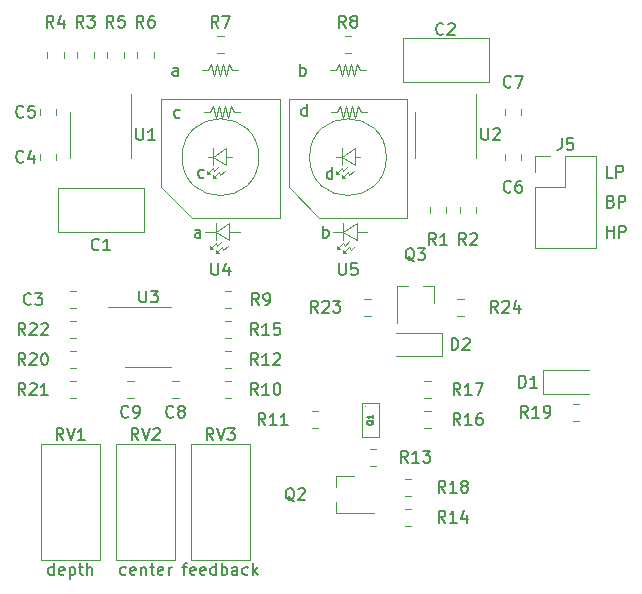
<source format=gbr>
G04 #@! TF.GenerationSoftware,KiCad,Pcbnew,5.1.6-c6e7f7d~87~ubuntu18.04.1*
G04 #@! TF.CreationDate,2020-08-01T20:03:32-04:00*
G04 #@! TF.ProjectId,mutron_III_plug_in_board,6d757472-6f6e-45f4-9949-495f706c7567,rev?*
G04 #@! TF.SameCoordinates,Original*
G04 #@! TF.FileFunction,Legend,Top*
G04 #@! TF.FilePolarity,Positive*
%FSLAX46Y46*%
G04 Gerber Fmt 4.6, Leading zero omitted, Abs format (unit mm)*
G04 Created by KiCad (PCBNEW 5.1.6-c6e7f7d~87~ubuntu18.04.1) date 2020-08-01 20:03:32*
%MOMM*%
%LPD*%
G01*
G04 APERTURE LIST*
%ADD10C,0.150000*%
%ADD11C,0.120000*%
%ADD12C,0.125000*%
%ADD13C,0.127000*%
G04 APERTURE END LIST*
D10*
X132675285Y-66619380D02*
X132675285Y-65619380D01*
X132675285Y-66571761D02*
X132580047Y-66619380D01*
X132389571Y-66619380D01*
X132294333Y-66571761D01*
X132246714Y-66524142D01*
X132199095Y-66428904D01*
X132199095Y-66143190D01*
X132246714Y-66047952D01*
X132294333Y-66000333D01*
X132389571Y-65952714D01*
X132580047Y-65952714D01*
X132675285Y-66000333D01*
X121777095Y-66444761D02*
X121681857Y-66492380D01*
X121491380Y-66492380D01*
X121396142Y-66444761D01*
X121348523Y-66397142D01*
X121300904Y-66301904D01*
X121300904Y-66016190D01*
X121348523Y-65920952D01*
X121396142Y-65873333D01*
X121491380Y-65825714D01*
X121681857Y-65825714D01*
X121777095Y-65873333D01*
X130516285Y-61285380D02*
X130516285Y-60285380D01*
X130516285Y-61237761D02*
X130421047Y-61285380D01*
X130230571Y-61285380D01*
X130135333Y-61237761D01*
X130087714Y-61190142D01*
X130040095Y-61094904D01*
X130040095Y-60809190D01*
X130087714Y-60713952D01*
X130135333Y-60666333D01*
X130230571Y-60618714D01*
X130421047Y-60618714D01*
X130516285Y-60666333D01*
X119745095Y-61364761D02*
X119649857Y-61412380D01*
X119459380Y-61412380D01*
X119364142Y-61364761D01*
X119316523Y-61317142D01*
X119268904Y-61221904D01*
X119268904Y-60936190D01*
X119316523Y-60840952D01*
X119364142Y-60793333D01*
X119459380Y-60745714D01*
X119649857Y-60745714D01*
X119745095Y-60793333D01*
X131865714Y-71572380D02*
X131865714Y-70572380D01*
X131865714Y-70953333D02*
X131960952Y-70905714D01*
X132151428Y-70905714D01*
X132246666Y-70953333D01*
X132294285Y-71000952D01*
X132341904Y-71096190D01*
X132341904Y-71381904D01*
X132294285Y-71477142D01*
X132246666Y-71524761D01*
X132151428Y-71572380D01*
X131960952Y-71572380D01*
X131865714Y-71524761D01*
X121499285Y-71572380D02*
X121499285Y-71048571D01*
X121451666Y-70953333D01*
X121356428Y-70905714D01*
X121165952Y-70905714D01*
X121070714Y-70953333D01*
X121499285Y-71524761D02*
X121404047Y-71572380D01*
X121165952Y-71572380D01*
X121070714Y-71524761D01*
X121023095Y-71429523D01*
X121023095Y-71334285D01*
X121070714Y-71239047D01*
X121165952Y-71191428D01*
X121404047Y-71191428D01*
X121499285Y-71143809D01*
X129960714Y-57856380D02*
X129960714Y-56856380D01*
X129960714Y-57237333D02*
X130055952Y-57189714D01*
X130246428Y-57189714D01*
X130341666Y-57237333D01*
X130389285Y-57284952D01*
X130436904Y-57380190D01*
X130436904Y-57665904D01*
X130389285Y-57761142D01*
X130341666Y-57808761D01*
X130246428Y-57856380D01*
X130055952Y-57856380D01*
X129960714Y-57808761D01*
X119594285Y-57856380D02*
X119594285Y-57332571D01*
X119546666Y-57237333D01*
X119451428Y-57189714D01*
X119260952Y-57189714D01*
X119165714Y-57237333D01*
X119594285Y-57808761D02*
X119499047Y-57856380D01*
X119260952Y-57856380D01*
X119165714Y-57808761D01*
X119118095Y-57713523D01*
X119118095Y-57618285D01*
X119165714Y-57523047D01*
X119260952Y-57475428D01*
X119499047Y-57475428D01*
X119594285Y-57427809D01*
D11*
X133858000Y-60452000D02*
X134112000Y-61468000D01*
X133096000Y-60960000D02*
X133350000Y-60452000D01*
X132588000Y-60960000D02*
X133096000Y-60960000D01*
X133350000Y-60452000D02*
X133604000Y-61468000D01*
X134112000Y-61468000D02*
X134366000Y-60452000D01*
X134366000Y-60452000D02*
X134620000Y-61468000D01*
X133604000Y-61468000D02*
X133858000Y-60452000D01*
X134874000Y-60452000D02*
X135128000Y-60960000D01*
X134620000Y-61468000D02*
X134874000Y-60452000D01*
X135128000Y-60960000D02*
X135636000Y-60960000D01*
X123063000Y-60452000D02*
X123317000Y-61468000D01*
X122301000Y-60960000D02*
X122555000Y-60452000D01*
X121793000Y-60960000D02*
X122301000Y-60960000D01*
X122555000Y-60452000D02*
X122809000Y-61468000D01*
X123317000Y-61468000D02*
X123571000Y-60452000D01*
X123571000Y-60452000D02*
X123825000Y-61468000D01*
X122809000Y-61468000D02*
X123063000Y-60452000D01*
X124079000Y-60452000D02*
X124333000Y-60960000D01*
X123825000Y-61468000D02*
X124079000Y-60452000D01*
X124333000Y-60960000D02*
X124841000Y-60960000D01*
X132969000Y-66167000D02*
X132969000Y-65913000D01*
X133477000Y-64770000D02*
X134620000Y-65405000D01*
X134620000Y-64008000D02*
X133477000Y-64770000D01*
X134620000Y-65278000D02*
X134620000Y-64008000D01*
X134620000Y-65405000D02*
X134620000Y-65278000D01*
X133477000Y-64770000D02*
X132969000Y-64770000D01*
X133477000Y-64008000D02*
X133477000Y-65405000D01*
X133477000Y-66548000D02*
X133477000Y-66294000D01*
X133604000Y-65913000D02*
X133985000Y-65532000D01*
X133731000Y-66548000D02*
X133477000Y-66548000D01*
X132969000Y-65913000D02*
X133223000Y-66167000D01*
X134620000Y-64770000D02*
X135001000Y-64770000D01*
X132969000Y-66167000D02*
X133477000Y-65659000D01*
X134112000Y-66294000D02*
X134493000Y-65913000D01*
X133477000Y-66294000D02*
X133731000Y-66548000D01*
X133477000Y-65659000D02*
X133604000Y-65913000D01*
X133985000Y-66040000D02*
X134112000Y-66294000D01*
X133477000Y-66548000D02*
X133985000Y-66040000D01*
X133223000Y-66167000D02*
X132969000Y-66167000D01*
X122047000Y-66167000D02*
X122047000Y-65913000D01*
X122555000Y-64770000D02*
X123698000Y-65405000D01*
X123698000Y-64008000D02*
X122555000Y-64770000D01*
X123698000Y-65278000D02*
X123698000Y-64008000D01*
X123698000Y-65405000D02*
X123698000Y-65278000D01*
X122555000Y-64770000D02*
X122174000Y-64770000D01*
X122555000Y-64008000D02*
X122555000Y-65405000D01*
X122555000Y-66548000D02*
X122555000Y-66294000D01*
X122682000Y-65913000D02*
X123063000Y-65532000D01*
X122809000Y-66548000D02*
X122555000Y-66548000D01*
X122047000Y-65913000D02*
X122301000Y-66167000D01*
X123698000Y-64770000D02*
X124206000Y-64770000D01*
X122047000Y-66167000D02*
X122555000Y-65659000D01*
X123190000Y-66294000D02*
X123571000Y-65913000D01*
X122555000Y-66294000D02*
X122809000Y-66548000D01*
X122555000Y-65659000D02*
X122682000Y-65913000D01*
X123063000Y-66040000D02*
X123190000Y-66294000D01*
X122555000Y-66548000D02*
X123063000Y-66040000D01*
X122301000Y-66167000D02*
X122047000Y-66167000D01*
X133096000Y-72517000D02*
X133096000Y-72263000D01*
X133604000Y-71120000D02*
X134747000Y-71755000D01*
X134747000Y-70358000D02*
X133604000Y-71120000D01*
X134747000Y-71628000D02*
X134747000Y-70358000D01*
X134747000Y-71755000D02*
X134747000Y-71628000D01*
X133604000Y-71120000D02*
X132715000Y-71120000D01*
X133604000Y-70358000D02*
X133604000Y-71755000D01*
X133604000Y-72898000D02*
X133604000Y-72644000D01*
X133731000Y-72263000D02*
X134112000Y-71882000D01*
X133858000Y-72898000D02*
X133604000Y-72898000D01*
X133096000Y-72263000D02*
X133350000Y-72517000D01*
X134747000Y-71120000D02*
X135636000Y-71120000D01*
X133096000Y-72517000D02*
X133604000Y-72009000D01*
X134239000Y-72644000D02*
X134620000Y-72263000D01*
X133604000Y-72644000D02*
X133858000Y-72898000D01*
X133604000Y-72009000D02*
X133731000Y-72263000D01*
X134112000Y-72390000D02*
X134239000Y-72644000D01*
X133604000Y-72898000D02*
X134112000Y-72390000D01*
X133350000Y-72517000D02*
X133096000Y-72517000D01*
X122809000Y-72898000D02*
X122809000Y-72644000D01*
X123444000Y-72644000D02*
X123825000Y-72263000D01*
X122809000Y-72644000D02*
X123063000Y-72898000D01*
X122809000Y-72898000D02*
X123317000Y-72390000D01*
X123317000Y-72390000D02*
X123444000Y-72644000D01*
X123063000Y-72898000D02*
X122809000Y-72898000D01*
X122555000Y-72517000D02*
X122301000Y-72517000D01*
X122809000Y-72009000D02*
X122936000Y-72263000D01*
X122301000Y-72517000D02*
X122809000Y-72009000D01*
X122301000Y-72263000D02*
X122555000Y-72517000D01*
X122936000Y-72263000D02*
X123317000Y-71882000D01*
X122301000Y-72517000D02*
X122301000Y-72263000D01*
X123952000Y-71120000D02*
X124841000Y-71120000D01*
X122809000Y-71120000D02*
X121920000Y-71120000D01*
X122809000Y-70358000D02*
X122809000Y-71755000D01*
X123952000Y-71755000D02*
X123952000Y-71628000D01*
X122809000Y-71120000D02*
X123952000Y-71755000D01*
X123952000Y-70358000D02*
X122809000Y-71120000D01*
X123952000Y-71628000D02*
X123952000Y-70358000D01*
X133731000Y-56896000D02*
X133985000Y-57912000D01*
X132969000Y-57404000D02*
X133223000Y-56896000D01*
X132461000Y-57404000D02*
X132969000Y-57404000D01*
X133223000Y-56896000D02*
X133477000Y-57912000D01*
X133985000Y-57912000D02*
X134239000Y-56896000D01*
X134239000Y-56896000D02*
X134493000Y-57912000D01*
X133477000Y-57912000D02*
X133731000Y-56896000D01*
X134747000Y-56896000D02*
X135001000Y-57404000D01*
X134493000Y-57912000D02*
X134747000Y-56896000D01*
X135001000Y-57404000D02*
X135509000Y-57404000D01*
X124206000Y-57404000D02*
X124714000Y-57404000D01*
X123952000Y-56896000D02*
X124206000Y-57404000D01*
X123698000Y-57912000D02*
X123952000Y-56896000D01*
X123444000Y-56896000D02*
X123698000Y-57912000D01*
X123190000Y-57912000D02*
X123444000Y-56896000D01*
X122936000Y-56896000D02*
X123190000Y-57912000D01*
X122682000Y-57912000D02*
X122936000Y-56896000D01*
X122428000Y-56896000D02*
X122682000Y-57912000D01*
X122174000Y-57404000D02*
X122428000Y-56896000D01*
X121666000Y-57404000D02*
X122174000Y-57404000D01*
D10*
X155910595Y-71572380D02*
X155910595Y-70572380D01*
X155910595Y-71048571D02*
X156482023Y-71048571D01*
X156482023Y-71572380D02*
X156482023Y-70572380D01*
X156958214Y-71572380D02*
X156958214Y-70572380D01*
X157339166Y-70572380D01*
X157434404Y-70620000D01*
X157482023Y-70667619D01*
X157529642Y-70762857D01*
X157529642Y-70905714D01*
X157482023Y-71000952D01*
X157434404Y-71048571D01*
X157339166Y-71096190D01*
X156958214Y-71096190D01*
X156243928Y-68508571D02*
X156386785Y-68556190D01*
X156434404Y-68603809D01*
X156482023Y-68699047D01*
X156482023Y-68841904D01*
X156434404Y-68937142D01*
X156386785Y-68984761D01*
X156291547Y-69032380D01*
X155910595Y-69032380D01*
X155910595Y-68032380D01*
X156243928Y-68032380D01*
X156339166Y-68080000D01*
X156386785Y-68127619D01*
X156434404Y-68222857D01*
X156434404Y-68318095D01*
X156386785Y-68413333D01*
X156339166Y-68460952D01*
X156243928Y-68508571D01*
X155910595Y-68508571D01*
X156910595Y-69032380D02*
X156910595Y-68032380D01*
X157291547Y-68032380D01*
X157386785Y-68080000D01*
X157434404Y-68127619D01*
X157482023Y-68222857D01*
X157482023Y-68365714D01*
X157434404Y-68460952D01*
X157386785Y-68508571D01*
X157291547Y-68556190D01*
X156910595Y-68556190D01*
X156386785Y-66492380D02*
X155910595Y-66492380D01*
X155910595Y-65492380D01*
X156720119Y-66492380D02*
X156720119Y-65492380D01*
X157101071Y-65492380D01*
X157196309Y-65540000D01*
X157243928Y-65587619D01*
X157291547Y-65682857D01*
X157291547Y-65825714D01*
X157243928Y-65920952D01*
X157196309Y-65968571D01*
X157101071Y-66016190D01*
X156720119Y-66016190D01*
X119951904Y-99480714D02*
X120332857Y-99480714D01*
X120094761Y-100147380D02*
X120094761Y-99290238D01*
X120142380Y-99195000D01*
X120237619Y-99147380D01*
X120332857Y-99147380D01*
X121047142Y-100099761D02*
X120951904Y-100147380D01*
X120761428Y-100147380D01*
X120666190Y-100099761D01*
X120618571Y-100004523D01*
X120618571Y-99623571D01*
X120666190Y-99528333D01*
X120761428Y-99480714D01*
X120951904Y-99480714D01*
X121047142Y-99528333D01*
X121094761Y-99623571D01*
X121094761Y-99718809D01*
X120618571Y-99814047D01*
X121904285Y-100099761D02*
X121809047Y-100147380D01*
X121618571Y-100147380D01*
X121523333Y-100099761D01*
X121475714Y-100004523D01*
X121475714Y-99623571D01*
X121523333Y-99528333D01*
X121618571Y-99480714D01*
X121809047Y-99480714D01*
X121904285Y-99528333D01*
X121951904Y-99623571D01*
X121951904Y-99718809D01*
X121475714Y-99814047D01*
X122809047Y-100147380D02*
X122809047Y-99147380D01*
X122809047Y-100099761D02*
X122713809Y-100147380D01*
X122523333Y-100147380D01*
X122428095Y-100099761D01*
X122380476Y-100052142D01*
X122332857Y-99956904D01*
X122332857Y-99671190D01*
X122380476Y-99575952D01*
X122428095Y-99528333D01*
X122523333Y-99480714D01*
X122713809Y-99480714D01*
X122809047Y-99528333D01*
X123285238Y-100147380D02*
X123285238Y-99147380D01*
X123285238Y-99528333D02*
X123380476Y-99480714D01*
X123570952Y-99480714D01*
X123666190Y-99528333D01*
X123713809Y-99575952D01*
X123761428Y-99671190D01*
X123761428Y-99956904D01*
X123713809Y-100052142D01*
X123666190Y-100099761D01*
X123570952Y-100147380D01*
X123380476Y-100147380D01*
X123285238Y-100099761D01*
X124618571Y-100147380D02*
X124618571Y-99623571D01*
X124570952Y-99528333D01*
X124475714Y-99480714D01*
X124285238Y-99480714D01*
X124190000Y-99528333D01*
X124618571Y-100099761D02*
X124523333Y-100147380D01*
X124285238Y-100147380D01*
X124190000Y-100099761D01*
X124142380Y-100004523D01*
X124142380Y-99909285D01*
X124190000Y-99814047D01*
X124285238Y-99766428D01*
X124523333Y-99766428D01*
X124618571Y-99718809D01*
X125523333Y-100099761D02*
X125428095Y-100147380D01*
X125237619Y-100147380D01*
X125142380Y-100099761D01*
X125094761Y-100052142D01*
X125047142Y-99956904D01*
X125047142Y-99671190D01*
X125094761Y-99575952D01*
X125142380Y-99528333D01*
X125237619Y-99480714D01*
X125428095Y-99480714D01*
X125523333Y-99528333D01*
X125951904Y-100147380D02*
X125951904Y-99147380D01*
X126047142Y-99766428D02*
X126332857Y-100147380D01*
X126332857Y-99480714D02*
X125951904Y-99861666D01*
X115173333Y-100099761D02*
X115078095Y-100147380D01*
X114887619Y-100147380D01*
X114792380Y-100099761D01*
X114744761Y-100052142D01*
X114697142Y-99956904D01*
X114697142Y-99671190D01*
X114744761Y-99575952D01*
X114792380Y-99528333D01*
X114887619Y-99480714D01*
X115078095Y-99480714D01*
X115173333Y-99528333D01*
X115982857Y-100099761D02*
X115887619Y-100147380D01*
X115697142Y-100147380D01*
X115601904Y-100099761D01*
X115554285Y-100004523D01*
X115554285Y-99623571D01*
X115601904Y-99528333D01*
X115697142Y-99480714D01*
X115887619Y-99480714D01*
X115982857Y-99528333D01*
X116030476Y-99623571D01*
X116030476Y-99718809D01*
X115554285Y-99814047D01*
X116459047Y-99480714D02*
X116459047Y-100147380D01*
X116459047Y-99575952D02*
X116506666Y-99528333D01*
X116601904Y-99480714D01*
X116744761Y-99480714D01*
X116840000Y-99528333D01*
X116887619Y-99623571D01*
X116887619Y-100147380D01*
X117220952Y-99480714D02*
X117601904Y-99480714D01*
X117363809Y-99147380D02*
X117363809Y-100004523D01*
X117411428Y-100099761D01*
X117506666Y-100147380D01*
X117601904Y-100147380D01*
X118316190Y-100099761D02*
X118220952Y-100147380D01*
X118030476Y-100147380D01*
X117935238Y-100099761D01*
X117887619Y-100004523D01*
X117887619Y-99623571D01*
X117935238Y-99528333D01*
X118030476Y-99480714D01*
X118220952Y-99480714D01*
X118316190Y-99528333D01*
X118363809Y-99623571D01*
X118363809Y-99718809D01*
X117887619Y-99814047D01*
X118792380Y-100147380D02*
X118792380Y-99480714D01*
X118792380Y-99671190D02*
X118840000Y-99575952D01*
X118887619Y-99528333D01*
X118982857Y-99480714D01*
X119078095Y-99480714D01*
X109085238Y-100147380D02*
X109085238Y-99147380D01*
X109085238Y-100099761D02*
X108990000Y-100147380D01*
X108799523Y-100147380D01*
X108704285Y-100099761D01*
X108656666Y-100052142D01*
X108609047Y-99956904D01*
X108609047Y-99671190D01*
X108656666Y-99575952D01*
X108704285Y-99528333D01*
X108799523Y-99480714D01*
X108990000Y-99480714D01*
X109085238Y-99528333D01*
X109942380Y-100099761D02*
X109847142Y-100147380D01*
X109656666Y-100147380D01*
X109561428Y-100099761D01*
X109513809Y-100004523D01*
X109513809Y-99623571D01*
X109561428Y-99528333D01*
X109656666Y-99480714D01*
X109847142Y-99480714D01*
X109942380Y-99528333D01*
X109990000Y-99623571D01*
X109990000Y-99718809D01*
X109513809Y-99814047D01*
X110418571Y-99480714D02*
X110418571Y-100480714D01*
X110418571Y-99528333D02*
X110513809Y-99480714D01*
X110704285Y-99480714D01*
X110799523Y-99528333D01*
X110847142Y-99575952D01*
X110894761Y-99671190D01*
X110894761Y-99956904D01*
X110847142Y-100052142D01*
X110799523Y-100099761D01*
X110704285Y-100147380D01*
X110513809Y-100147380D01*
X110418571Y-100099761D01*
X111180476Y-99480714D02*
X111561428Y-99480714D01*
X111323333Y-99147380D02*
X111323333Y-100004523D01*
X111370952Y-100099761D01*
X111466190Y-100147380D01*
X111561428Y-100147380D01*
X111894761Y-100147380D02*
X111894761Y-99147380D01*
X112323333Y-100147380D02*
X112323333Y-99623571D01*
X112275714Y-99528333D01*
X112180476Y-99480714D01*
X112037619Y-99480714D01*
X111942380Y-99528333D01*
X111894761Y-99575952D01*
D11*
X126440000Y-64770000D02*
G75*
G03*
X126440000Y-64770000I-3250000J0D01*
G01*
X118175000Y-59880000D02*
X118175000Y-67320000D01*
X118175000Y-67320000D02*
X120755000Y-69900000D01*
X120755000Y-69900000D02*
X128195000Y-69900000D01*
X128195000Y-69900000D02*
X128195000Y-59880000D01*
X128195000Y-59880000D02*
X118175000Y-59880000D01*
X137235000Y-64770000D02*
G75*
G03*
X137235000Y-64770000I-3250000J0D01*
G01*
X128970000Y-59880000D02*
X128970000Y-67320000D01*
X128970000Y-67320000D02*
X131550000Y-69900000D01*
X131550000Y-69900000D02*
X138990000Y-69900000D01*
X138990000Y-69900000D02*
X138990000Y-59880000D01*
X138990000Y-59880000D02*
X128970000Y-59880000D01*
X117090000Y-77450000D02*
X113640000Y-77450000D01*
X117090000Y-77450000D02*
X119040000Y-77450000D01*
X117090000Y-82570000D02*
X115140000Y-82570000D01*
X117090000Y-82570000D02*
X119040000Y-82570000D01*
X144800000Y-62865000D02*
X144800000Y-59415000D01*
X144800000Y-62865000D02*
X144800000Y-64815000D01*
X139680000Y-62865000D02*
X139680000Y-60915000D01*
X139680000Y-62865000D02*
X139680000Y-64815000D01*
X115590000Y-62865000D02*
X115590000Y-59415000D01*
X115590000Y-62865000D02*
X115590000Y-64815000D01*
X110470000Y-62865000D02*
X110470000Y-60915000D01*
X110470000Y-62865000D02*
X110470000Y-64815000D01*
X114310000Y-89095000D02*
X119380000Y-89095000D01*
X114310000Y-98865000D02*
X119380000Y-98865000D01*
X119380000Y-98865000D02*
X119380000Y-89095000D01*
X114310000Y-98865000D02*
X114310000Y-89095000D01*
X107960000Y-89095000D02*
X113030000Y-89095000D01*
X107960000Y-98865000D02*
X113030000Y-98865000D01*
X113030000Y-98865000D02*
X113030000Y-89095000D01*
X107960000Y-98865000D02*
X107960000Y-89095000D01*
X120660000Y-89095000D02*
X125730000Y-89095000D01*
X120660000Y-98865000D02*
X125730000Y-98865000D01*
X125730000Y-98865000D02*
X125730000Y-89095000D01*
X120660000Y-98865000D02*
X120660000Y-89095000D01*
X143771252Y-76760000D02*
X143248748Y-76760000D01*
X143771252Y-78180000D02*
X143248748Y-78180000D01*
X135906252Y-76760000D02*
X135383748Y-76760000D01*
X135906252Y-78180000D02*
X135383748Y-78180000D01*
X110473748Y-80085000D02*
X110996252Y-80085000D01*
X110473748Y-78665000D02*
X110996252Y-78665000D01*
X110996252Y-83745000D02*
X110473748Y-83745000D01*
X110996252Y-85165000D02*
X110473748Y-85165000D01*
X110996252Y-81205000D02*
X110473748Y-81205000D01*
X110996252Y-82625000D02*
X110473748Y-82625000D01*
X153541252Y-85650000D02*
X153018748Y-85650000D01*
X153541252Y-87070000D02*
X153018748Y-87070000D01*
X138803748Y-93420000D02*
X139326252Y-93420000D01*
X138803748Y-92000000D02*
X139326252Y-92000000D01*
X140463748Y-85165000D02*
X140986252Y-85165000D01*
X140463748Y-83745000D02*
X140986252Y-83745000D01*
X140986252Y-86285000D02*
X140463748Y-86285000D01*
X140986252Y-87705000D02*
X140463748Y-87705000D01*
X123563748Y-80085000D02*
X124086252Y-80085000D01*
X123563748Y-78665000D02*
X124086252Y-78665000D01*
X139326252Y-94540000D02*
X138803748Y-94540000D01*
X139326252Y-95960000D02*
X138803748Y-95960000D01*
X135873748Y-90880000D02*
X136396252Y-90880000D01*
X135873748Y-89460000D02*
X136396252Y-89460000D01*
X123563748Y-82625000D02*
X124086252Y-82625000D01*
X123563748Y-81205000D02*
X124086252Y-81205000D01*
X130938748Y-87705000D02*
X131461252Y-87705000D01*
X130938748Y-86285000D02*
X131461252Y-86285000D01*
X124086252Y-83745000D02*
X123563748Y-83745000D01*
X124086252Y-85165000D02*
X123563748Y-85165000D01*
X124086252Y-76125000D02*
X123563748Y-76125000D01*
X124086252Y-77545000D02*
X123563748Y-77545000D01*
X134246252Y-54535000D02*
X133723748Y-54535000D01*
X134246252Y-55955000D02*
X133723748Y-55955000D01*
X123451252Y-54535000D02*
X122928748Y-54535000D01*
X123451252Y-55955000D02*
X122928748Y-55955000D01*
X116130000Y-55863748D02*
X116130000Y-56386252D01*
X117550000Y-55863748D02*
X117550000Y-56386252D01*
X113590000Y-55863748D02*
X113590000Y-56386252D01*
X115010000Y-55863748D02*
X115010000Y-56386252D01*
X108510000Y-55863748D02*
X108510000Y-56386252D01*
X109930000Y-55863748D02*
X109930000Y-56386252D01*
X112470000Y-56386252D02*
X112470000Y-55863748D01*
X111050000Y-56386252D02*
X111050000Y-55863748D01*
X144855000Y-69476252D02*
X144855000Y-68953748D01*
X143435000Y-69476252D02*
X143435000Y-68953748D01*
X142315000Y-69476252D02*
X142315000Y-68953748D01*
X140895000Y-69476252D02*
X140895000Y-68953748D01*
X141280000Y-75670000D02*
X141280000Y-77130000D01*
X138120000Y-75670000D02*
X138120000Y-78830000D01*
X138120000Y-75670000D02*
X139050000Y-75670000D01*
X141280000Y-75670000D02*
X140350000Y-75670000D01*
X132995000Y-91765000D02*
X134455000Y-91765000D01*
X132995000Y-94925000D02*
X136155000Y-94925000D01*
X132995000Y-94925000D02*
X132995000Y-93995000D01*
X132995000Y-91765000D02*
X132995000Y-92695000D01*
D12*
X135140000Y-85545000D02*
X136640000Y-85545000D01*
X135140000Y-88445000D02*
X135140000Y-85545000D01*
X136640000Y-88445000D02*
X135140000Y-88445000D01*
X136640000Y-85545000D02*
X136640000Y-88445000D01*
X135490000Y-85845000D02*
G75*
G03*
X135490000Y-85845000I-50000J0D01*
G01*
D11*
X149800000Y-64710000D02*
X151130000Y-64710000D01*
X149800000Y-66040000D02*
X149800000Y-64710000D01*
X152400000Y-64710000D02*
X155000000Y-64710000D01*
X152400000Y-67310000D02*
X152400000Y-64710000D01*
X149800000Y-67310000D02*
X152400000Y-67310000D01*
X155000000Y-64710000D02*
X155000000Y-72450000D01*
X149800000Y-67310000D02*
X149800000Y-72450000D01*
X149800000Y-72450000D02*
X155000000Y-72450000D01*
X141950000Y-81645000D02*
X138050000Y-81645000D01*
X141950000Y-79645000D02*
X138050000Y-79645000D01*
X141950000Y-81645000D02*
X141950000Y-79645000D01*
X150530000Y-82820000D02*
X154430000Y-82820000D01*
X150530000Y-84820000D02*
X154430000Y-84820000D01*
X150530000Y-82820000D02*
X150530000Y-84820000D01*
X115308748Y-85165000D02*
X115831252Y-85165000D01*
X115308748Y-83745000D02*
X115831252Y-83745000D01*
X119118748Y-85165000D02*
X119641252Y-85165000D01*
X119118748Y-83745000D02*
X119641252Y-83745000D01*
X147245000Y-60698748D02*
X147245000Y-61221252D01*
X148665000Y-60698748D02*
X148665000Y-61221252D01*
X147245000Y-64508748D02*
X147245000Y-65031252D01*
X148665000Y-64508748D02*
X148665000Y-65031252D01*
X107875000Y-60698748D02*
X107875000Y-61221252D01*
X109295000Y-60698748D02*
X109295000Y-61221252D01*
X107875000Y-64508748D02*
X107875000Y-65031252D01*
X109295000Y-64508748D02*
X109295000Y-65031252D01*
X110473748Y-77545000D02*
X110996252Y-77545000D01*
X110473748Y-76125000D02*
X110996252Y-76125000D01*
X138660000Y-58385000D02*
X138660000Y-54645000D01*
X145900000Y-58385000D02*
X145900000Y-54645000D01*
X145900000Y-54645000D02*
X138660000Y-54645000D01*
X145900000Y-58385000D02*
X138660000Y-58385000D01*
X109450000Y-71085000D02*
X109450000Y-67345000D01*
X116690000Y-71085000D02*
X116690000Y-67345000D01*
X116690000Y-67345000D02*
X109450000Y-67345000D01*
X116690000Y-71085000D02*
X109450000Y-71085000D01*
D10*
X122428095Y-73747380D02*
X122428095Y-74556904D01*
X122475714Y-74652142D01*
X122523333Y-74699761D01*
X122618571Y-74747380D01*
X122809047Y-74747380D01*
X122904285Y-74699761D01*
X122951904Y-74652142D01*
X122999523Y-74556904D01*
X122999523Y-73747380D01*
X123904285Y-74080714D02*
X123904285Y-74747380D01*
X123666190Y-73699761D02*
X123428095Y-74414047D01*
X124047142Y-74414047D01*
X133223095Y-73747380D02*
X133223095Y-74556904D01*
X133270714Y-74652142D01*
X133318333Y-74699761D01*
X133413571Y-74747380D01*
X133604047Y-74747380D01*
X133699285Y-74699761D01*
X133746904Y-74652142D01*
X133794523Y-74556904D01*
X133794523Y-73747380D01*
X134746904Y-73747380D02*
X134270714Y-73747380D01*
X134223095Y-74223571D01*
X134270714Y-74175952D01*
X134365952Y-74128333D01*
X134604047Y-74128333D01*
X134699285Y-74175952D01*
X134746904Y-74223571D01*
X134794523Y-74318809D01*
X134794523Y-74556904D01*
X134746904Y-74652142D01*
X134699285Y-74699761D01*
X134604047Y-74747380D01*
X134365952Y-74747380D01*
X134270714Y-74699761D01*
X134223095Y-74652142D01*
X116328095Y-76062380D02*
X116328095Y-76871904D01*
X116375714Y-76967142D01*
X116423333Y-77014761D01*
X116518571Y-77062380D01*
X116709047Y-77062380D01*
X116804285Y-77014761D01*
X116851904Y-76967142D01*
X116899523Y-76871904D01*
X116899523Y-76062380D01*
X117280476Y-76062380D02*
X117899523Y-76062380D01*
X117566190Y-76443333D01*
X117709047Y-76443333D01*
X117804285Y-76490952D01*
X117851904Y-76538571D01*
X117899523Y-76633809D01*
X117899523Y-76871904D01*
X117851904Y-76967142D01*
X117804285Y-77014761D01*
X117709047Y-77062380D01*
X117423333Y-77062380D01*
X117328095Y-77014761D01*
X117280476Y-76967142D01*
X145288095Y-62317380D02*
X145288095Y-63126904D01*
X145335714Y-63222142D01*
X145383333Y-63269761D01*
X145478571Y-63317380D01*
X145669047Y-63317380D01*
X145764285Y-63269761D01*
X145811904Y-63222142D01*
X145859523Y-63126904D01*
X145859523Y-62317380D01*
X146288095Y-62412619D02*
X146335714Y-62365000D01*
X146430952Y-62317380D01*
X146669047Y-62317380D01*
X146764285Y-62365000D01*
X146811904Y-62412619D01*
X146859523Y-62507857D01*
X146859523Y-62603095D01*
X146811904Y-62745952D01*
X146240476Y-63317380D01*
X146859523Y-63317380D01*
X116078095Y-62317380D02*
X116078095Y-63126904D01*
X116125714Y-63222142D01*
X116173333Y-63269761D01*
X116268571Y-63317380D01*
X116459047Y-63317380D01*
X116554285Y-63269761D01*
X116601904Y-63222142D01*
X116649523Y-63126904D01*
X116649523Y-62317380D01*
X117649523Y-63317380D02*
X117078095Y-63317380D01*
X117363809Y-63317380D02*
X117363809Y-62317380D01*
X117268571Y-62460238D01*
X117173333Y-62555476D01*
X117078095Y-62603095D01*
X116244761Y-88717380D02*
X115911428Y-88241190D01*
X115673333Y-88717380D02*
X115673333Y-87717380D01*
X116054285Y-87717380D01*
X116149523Y-87765000D01*
X116197142Y-87812619D01*
X116244761Y-87907857D01*
X116244761Y-88050714D01*
X116197142Y-88145952D01*
X116149523Y-88193571D01*
X116054285Y-88241190D01*
X115673333Y-88241190D01*
X116530476Y-87717380D02*
X116863809Y-88717380D01*
X117197142Y-87717380D01*
X117482857Y-87812619D02*
X117530476Y-87765000D01*
X117625714Y-87717380D01*
X117863809Y-87717380D01*
X117959047Y-87765000D01*
X118006666Y-87812619D01*
X118054285Y-87907857D01*
X118054285Y-88003095D01*
X118006666Y-88145952D01*
X117435238Y-88717380D01*
X118054285Y-88717380D01*
X109894761Y-88717380D02*
X109561428Y-88241190D01*
X109323333Y-88717380D02*
X109323333Y-87717380D01*
X109704285Y-87717380D01*
X109799523Y-87765000D01*
X109847142Y-87812619D01*
X109894761Y-87907857D01*
X109894761Y-88050714D01*
X109847142Y-88145952D01*
X109799523Y-88193571D01*
X109704285Y-88241190D01*
X109323333Y-88241190D01*
X110180476Y-87717380D02*
X110513809Y-88717380D01*
X110847142Y-87717380D01*
X111704285Y-88717380D02*
X111132857Y-88717380D01*
X111418571Y-88717380D02*
X111418571Y-87717380D01*
X111323333Y-87860238D01*
X111228095Y-87955476D01*
X111132857Y-88003095D01*
X122594761Y-88717380D02*
X122261428Y-88241190D01*
X122023333Y-88717380D02*
X122023333Y-87717380D01*
X122404285Y-87717380D01*
X122499523Y-87765000D01*
X122547142Y-87812619D01*
X122594761Y-87907857D01*
X122594761Y-88050714D01*
X122547142Y-88145952D01*
X122499523Y-88193571D01*
X122404285Y-88241190D01*
X122023333Y-88241190D01*
X122880476Y-87717380D02*
X123213809Y-88717380D01*
X123547142Y-87717380D01*
X123785238Y-87717380D02*
X124404285Y-87717380D01*
X124070952Y-88098333D01*
X124213809Y-88098333D01*
X124309047Y-88145952D01*
X124356666Y-88193571D01*
X124404285Y-88288809D01*
X124404285Y-88526904D01*
X124356666Y-88622142D01*
X124309047Y-88669761D01*
X124213809Y-88717380D01*
X123928095Y-88717380D01*
X123832857Y-88669761D01*
X123785238Y-88622142D01*
X146677142Y-77922380D02*
X146343809Y-77446190D01*
X146105714Y-77922380D02*
X146105714Y-76922380D01*
X146486666Y-76922380D01*
X146581904Y-76970000D01*
X146629523Y-77017619D01*
X146677142Y-77112857D01*
X146677142Y-77255714D01*
X146629523Y-77350952D01*
X146581904Y-77398571D01*
X146486666Y-77446190D01*
X146105714Y-77446190D01*
X147058095Y-77017619D02*
X147105714Y-76970000D01*
X147200952Y-76922380D01*
X147439047Y-76922380D01*
X147534285Y-76970000D01*
X147581904Y-77017619D01*
X147629523Y-77112857D01*
X147629523Y-77208095D01*
X147581904Y-77350952D01*
X147010476Y-77922380D01*
X147629523Y-77922380D01*
X148486666Y-77255714D02*
X148486666Y-77922380D01*
X148248571Y-76874761D02*
X148010476Y-77589047D01*
X148629523Y-77589047D01*
X131437142Y-77922380D02*
X131103809Y-77446190D01*
X130865714Y-77922380D02*
X130865714Y-76922380D01*
X131246666Y-76922380D01*
X131341904Y-76970000D01*
X131389523Y-77017619D01*
X131437142Y-77112857D01*
X131437142Y-77255714D01*
X131389523Y-77350952D01*
X131341904Y-77398571D01*
X131246666Y-77446190D01*
X130865714Y-77446190D01*
X131818095Y-77017619D02*
X131865714Y-76970000D01*
X131960952Y-76922380D01*
X132199047Y-76922380D01*
X132294285Y-76970000D01*
X132341904Y-77017619D01*
X132389523Y-77112857D01*
X132389523Y-77208095D01*
X132341904Y-77350952D01*
X131770476Y-77922380D01*
X132389523Y-77922380D01*
X132722857Y-76922380D02*
X133341904Y-76922380D01*
X133008571Y-77303333D01*
X133151428Y-77303333D01*
X133246666Y-77350952D01*
X133294285Y-77398571D01*
X133341904Y-77493809D01*
X133341904Y-77731904D01*
X133294285Y-77827142D01*
X133246666Y-77874761D01*
X133151428Y-77922380D01*
X132865714Y-77922380D01*
X132770476Y-77874761D01*
X132722857Y-77827142D01*
X106672142Y-79827380D02*
X106338809Y-79351190D01*
X106100714Y-79827380D02*
X106100714Y-78827380D01*
X106481666Y-78827380D01*
X106576904Y-78875000D01*
X106624523Y-78922619D01*
X106672142Y-79017857D01*
X106672142Y-79160714D01*
X106624523Y-79255952D01*
X106576904Y-79303571D01*
X106481666Y-79351190D01*
X106100714Y-79351190D01*
X107053095Y-78922619D02*
X107100714Y-78875000D01*
X107195952Y-78827380D01*
X107434047Y-78827380D01*
X107529285Y-78875000D01*
X107576904Y-78922619D01*
X107624523Y-79017857D01*
X107624523Y-79113095D01*
X107576904Y-79255952D01*
X107005476Y-79827380D01*
X107624523Y-79827380D01*
X108005476Y-78922619D02*
X108053095Y-78875000D01*
X108148333Y-78827380D01*
X108386428Y-78827380D01*
X108481666Y-78875000D01*
X108529285Y-78922619D01*
X108576904Y-79017857D01*
X108576904Y-79113095D01*
X108529285Y-79255952D01*
X107957857Y-79827380D01*
X108576904Y-79827380D01*
X106672142Y-84907380D02*
X106338809Y-84431190D01*
X106100714Y-84907380D02*
X106100714Y-83907380D01*
X106481666Y-83907380D01*
X106576904Y-83955000D01*
X106624523Y-84002619D01*
X106672142Y-84097857D01*
X106672142Y-84240714D01*
X106624523Y-84335952D01*
X106576904Y-84383571D01*
X106481666Y-84431190D01*
X106100714Y-84431190D01*
X107053095Y-84002619D02*
X107100714Y-83955000D01*
X107195952Y-83907380D01*
X107434047Y-83907380D01*
X107529285Y-83955000D01*
X107576904Y-84002619D01*
X107624523Y-84097857D01*
X107624523Y-84193095D01*
X107576904Y-84335952D01*
X107005476Y-84907380D01*
X107624523Y-84907380D01*
X108576904Y-84907380D02*
X108005476Y-84907380D01*
X108291190Y-84907380D02*
X108291190Y-83907380D01*
X108195952Y-84050238D01*
X108100714Y-84145476D01*
X108005476Y-84193095D01*
X106672142Y-82367380D02*
X106338809Y-81891190D01*
X106100714Y-82367380D02*
X106100714Y-81367380D01*
X106481666Y-81367380D01*
X106576904Y-81415000D01*
X106624523Y-81462619D01*
X106672142Y-81557857D01*
X106672142Y-81700714D01*
X106624523Y-81795952D01*
X106576904Y-81843571D01*
X106481666Y-81891190D01*
X106100714Y-81891190D01*
X107053095Y-81462619D02*
X107100714Y-81415000D01*
X107195952Y-81367380D01*
X107434047Y-81367380D01*
X107529285Y-81415000D01*
X107576904Y-81462619D01*
X107624523Y-81557857D01*
X107624523Y-81653095D01*
X107576904Y-81795952D01*
X107005476Y-82367380D01*
X107624523Y-82367380D01*
X108243571Y-81367380D02*
X108338809Y-81367380D01*
X108434047Y-81415000D01*
X108481666Y-81462619D01*
X108529285Y-81557857D01*
X108576904Y-81748333D01*
X108576904Y-81986428D01*
X108529285Y-82176904D01*
X108481666Y-82272142D01*
X108434047Y-82319761D01*
X108338809Y-82367380D01*
X108243571Y-82367380D01*
X108148333Y-82319761D01*
X108100714Y-82272142D01*
X108053095Y-82176904D01*
X108005476Y-81986428D01*
X108005476Y-81748333D01*
X108053095Y-81557857D01*
X108100714Y-81462619D01*
X108148333Y-81415000D01*
X108243571Y-81367380D01*
X149217142Y-86812380D02*
X148883809Y-86336190D01*
X148645714Y-86812380D02*
X148645714Y-85812380D01*
X149026666Y-85812380D01*
X149121904Y-85860000D01*
X149169523Y-85907619D01*
X149217142Y-86002857D01*
X149217142Y-86145714D01*
X149169523Y-86240952D01*
X149121904Y-86288571D01*
X149026666Y-86336190D01*
X148645714Y-86336190D01*
X150169523Y-86812380D02*
X149598095Y-86812380D01*
X149883809Y-86812380D02*
X149883809Y-85812380D01*
X149788571Y-85955238D01*
X149693333Y-86050476D01*
X149598095Y-86098095D01*
X150645714Y-86812380D02*
X150836190Y-86812380D01*
X150931428Y-86764761D01*
X150979047Y-86717142D01*
X151074285Y-86574285D01*
X151121904Y-86383809D01*
X151121904Y-86002857D01*
X151074285Y-85907619D01*
X151026666Y-85860000D01*
X150931428Y-85812380D01*
X150740952Y-85812380D01*
X150645714Y-85860000D01*
X150598095Y-85907619D01*
X150550476Y-86002857D01*
X150550476Y-86240952D01*
X150598095Y-86336190D01*
X150645714Y-86383809D01*
X150740952Y-86431428D01*
X150931428Y-86431428D01*
X151026666Y-86383809D01*
X151074285Y-86336190D01*
X151121904Y-86240952D01*
X142232142Y-93162380D02*
X141898809Y-92686190D01*
X141660714Y-93162380D02*
X141660714Y-92162380D01*
X142041666Y-92162380D01*
X142136904Y-92210000D01*
X142184523Y-92257619D01*
X142232142Y-92352857D01*
X142232142Y-92495714D01*
X142184523Y-92590952D01*
X142136904Y-92638571D01*
X142041666Y-92686190D01*
X141660714Y-92686190D01*
X143184523Y-93162380D02*
X142613095Y-93162380D01*
X142898809Y-93162380D02*
X142898809Y-92162380D01*
X142803571Y-92305238D01*
X142708333Y-92400476D01*
X142613095Y-92448095D01*
X143755952Y-92590952D02*
X143660714Y-92543333D01*
X143613095Y-92495714D01*
X143565476Y-92400476D01*
X143565476Y-92352857D01*
X143613095Y-92257619D01*
X143660714Y-92210000D01*
X143755952Y-92162380D01*
X143946428Y-92162380D01*
X144041666Y-92210000D01*
X144089285Y-92257619D01*
X144136904Y-92352857D01*
X144136904Y-92400476D01*
X144089285Y-92495714D01*
X144041666Y-92543333D01*
X143946428Y-92590952D01*
X143755952Y-92590952D01*
X143660714Y-92638571D01*
X143613095Y-92686190D01*
X143565476Y-92781428D01*
X143565476Y-92971904D01*
X143613095Y-93067142D01*
X143660714Y-93114761D01*
X143755952Y-93162380D01*
X143946428Y-93162380D01*
X144041666Y-93114761D01*
X144089285Y-93067142D01*
X144136904Y-92971904D01*
X144136904Y-92781428D01*
X144089285Y-92686190D01*
X144041666Y-92638571D01*
X143946428Y-92590952D01*
X143502142Y-84907380D02*
X143168809Y-84431190D01*
X142930714Y-84907380D02*
X142930714Y-83907380D01*
X143311666Y-83907380D01*
X143406904Y-83955000D01*
X143454523Y-84002619D01*
X143502142Y-84097857D01*
X143502142Y-84240714D01*
X143454523Y-84335952D01*
X143406904Y-84383571D01*
X143311666Y-84431190D01*
X142930714Y-84431190D01*
X144454523Y-84907380D02*
X143883095Y-84907380D01*
X144168809Y-84907380D02*
X144168809Y-83907380D01*
X144073571Y-84050238D01*
X143978333Y-84145476D01*
X143883095Y-84193095D01*
X144787857Y-83907380D02*
X145454523Y-83907380D01*
X145025952Y-84907380D01*
X143502142Y-87447380D02*
X143168809Y-86971190D01*
X142930714Y-87447380D02*
X142930714Y-86447380D01*
X143311666Y-86447380D01*
X143406904Y-86495000D01*
X143454523Y-86542619D01*
X143502142Y-86637857D01*
X143502142Y-86780714D01*
X143454523Y-86875952D01*
X143406904Y-86923571D01*
X143311666Y-86971190D01*
X142930714Y-86971190D01*
X144454523Y-87447380D02*
X143883095Y-87447380D01*
X144168809Y-87447380D02*
X144168809Y-86447380D01*
X144073571Y-86590238D01*
X143978333Y-86685476D01*
X143883095Y-86733095D01*
X145311666Y-86447380D02*
X145121190Y-86447380D01*
X145025952Y-86495000D01*
X144978333Y-86542619D01*
X144883095Y-86685476D01*
X144835476Y-86875952D01*
X144835476Y-87256904D01*
X144883095Y-87352142D01*
X144930714Y-87399761D01*
X145025952Y-87447380D01*
X145216428Y-87447380D01*
X145311666Y-87399761D01*
X145359285Y-87352142D01*
X145406904Y-87256904D01*
X145406904Y-87018809D01*
X145359285Y-86923571D01*
X145311666Y-86875952D01*
X145216428Y-86828333D01*
X145025952Y-86828333D01*
X144930714Y-86875952D01*
X144883095Y-86923571D01*
X144835476Y-87018809D01*
X126357142Y-79827380D02*
X126023809Y-79351190D01*
X125785714Y-79827380D02*
X125785714Y-78827380D01*
X126166666Y-78827380D01*
X126261904Y-78875000D01*
X126309523Y-78922619D01*
X126357142Y-79017857D01*
X126357142Y-79160714D01*
X126309523Y-79255952D01*
X126261904Y-79303571D01*
X126166666Y-79351190D01*
X125785714Y-79351190D01*
X127309523Y-79827380D02*
X126738095Y-79827380D01*
X127023809Y-79827380D02*
X127023809Y-78827380D01*
X126928571Y-78970238D01*
X126833333Y-79065476D01*
X126738095Y-79113095D01*
X128214285Y-78827380D02*
X127738095Y-78827380D01*
X127690476Y-79303571D01*
X127738095Y-79255952D01*
X127833333Y-79208333D01*
X128071428Y-79208333D01*
X128166666Y-79255952D01*
X128214285Y-79303571D01*
X128261904Y-79398809D01*
X128261904Y-79636904D01*
X128214285Y-79732142D01*
X128166666Y-79779761D01*
X128071428Y-79827380D01*
X127833333Y-79827380D01*
X127738095Y-79779761D01*
X127690476Y-79732142D01*
X142232142Y-95702380D02*
X141898809Y-95226190D01*
X141660714Y-95702380D02*
X141660714Y-94702380D01*
X142041666Y-94702380D01*
X142136904Y-94750000D01*
X142184523Y-94797619D01*
X142232142Y-94892857D01*
X142232142Y-95035714D01*
X142184523Y-95130952D01*
X142136904Y-95178571D01*
X142041666Y-95226190D01*
X141660714Y-95226190D01*
X143184523Y-95702380D02*
X142613095Y-95702380D01*
X142898809Y-95702380D02*
X142898809Y-94702380D01*
X142803571Y-94845238D01*
X142708333Y-94940476D01*
X142613095Y-94988095D01*
X144041666Y-95035714D02*
X144041666Y-95702380D01*
X143803571Y-94654761D02*
X143565476Y-95369047D01*
X144184523Y-95369047D01*
X139057142Y-90622380D02*
X138723809Y-90146190D01*
X138485714Y-90622380D02*
X138485714Y-89622380D01*
X138866666Y-89622380D01*
X138961904Y-89670000D01*
X139009523Y-89717619D01*
X139057142Y-89812857D01*
X139057142Y-89955714D01*
X139009523Y-90050952D01*
X138961904Y-90098571D01*
X138866666Y-90146190D01*
X138485714Y-90146190D01*
X140009523Y-90622380D02*
X139438095Y-90622380D01*
X139723809Y-90622380D02*
X139723809Y-89622380D01*
X139628571Y-89765238D01*
X139533333Y-89860476D01*
X139438095Y-89908095D01*
X140342857Y-89622380D02*
X140961904Y-89622380D01*
X140628571Y-90003333D01*
X140771428Y-90003333D01*
X140866666Y-90050952D01*
X140914285Y-90098571D01*
X140961904Y-90193809D01*
X140961904Y-90431904D01*
X140914285Y-90527142D01*
X140866666Y-90574761D01*
X140771428Y-90622380D01*
X140485714Y-90622380D01*
X140390476Y-90574761D01*
X140342857Y-90527142D01*
X126357142Y-82367380D02*
X126023809Y-81891190D01*
X125785714Y-82367380D02*
X125785714Y-81367380D01*
X126166666Y-81367380D01*
X126261904Y-81415000D01*
X126309523Y-81462619D01*
X126357142Y-81557857D01*
X126357142Y-81700714D01*
X126309523Y-81795952D01*
X126261904Y-81843571D01*
X126166666Y-81891190D01*
X125785714Y-81891190D01*
X127309523Y-82367380D02*
X126738095Y-82367380D01*
X127023809Y-82367380D02*
X127023809Y-81367380D01*
X126928571Y-81510238D01*
X126833333Y-81605476D01*
X126738095Y-81653095D01*
X127690476Y-81462619D02*
X127738095Y-81415000D01*
X127833333Y-81367380D01*
X128071428Y-81367380D01*
X128166666Y-81415000D01*
X128214285Y-81462619D01*
X128261904Y-81557857D01*
X128261904Y-81653095D01*
X128214285Y-81795952D01*
X127642857Y-82367380D01*
X128261904Y-82367380D01*
X126992142Y-87447380D02*
X126658809Y-86971190D01*
X126420714Y-87447380D02*
X126420714Y-86447380D01*
X126801666Y-86447380D01*
X126896904Y-86495000D01*
X126944523Y-86542619D01*
X126992142Y-86637857D01*
X126992142Y-86780714D01*
X126944523Y-86875952D01*
X126896904Y-86923571D01*
X126801666Y-86971190D01*
X126420714Y-86971190D01*
X127944523Y-87447380D02*
X127373095Y-87447380D01*
X127658809Y-87447380D02*
X127658809Y-86447380D01*
X127563571Y-86590238D01*
X127468333Y-86685476D01*
X127373095Y-86733095D01*
X128896904Y-87447380D02*
X128325476Y-87447380D01*
X128611190Y-87447380D02*
X128611190Y-86447380D01*
X128515952Y-86590238D01*
X128420714Y-86685476D01*
X128325476Y-86733095D01*
X126357142Y-84907380D02*
X126023809Y-84431190D01*
X125785714Y-84907380D02*
X125785714Y-83907380D01*
X126166666Y-83907380D01*
X126261904Y-83955000D01*
X126309523Y-84002619D01*
X126357142Y-84097857D01*
X126357142Y-84240714D01*
X126309523Y-84335952D01*
X126261904Y-84383571D01*
X126166666Y-84431190D01*
X125785714Y-84431190D01*
X127309523Y-84907380D02*
X126738095Y-84907380D01*
X127023809Y-84907380D02*
X127023809Y-83907380D01*
X126928571Y-84050238D01*
X126833333Y-84145476D01*
X126738095Y-84193095D01*
X127928571Y-83907380D02*
X128023809Y-83907380D01*
X128119047Y-83955000D01*
X128166666Y-84002619D01*
X128214285Y-84097857D01*
X128261904Y-84288333D01*
X128261904Y-84526428D01*
X128214285Y-84716904D01*
X128166666Y-84812142D01*
X128119047Y-84859761D01*
X128023809Y-84907380D01*
X127928571Y-84907380D01*
X127833333Y-84859761D01*
X127785714Y-84812142D01*
X127738095Y-84716904D01*
X127690476Y-84526428D01*
X127690476Y-84288333D01*
X127738095Y-84097857D01*
X127785714Y-84002619D01*
X127833333Y-83955000D01*
X127928571Y-83907380D01*
X126443333Y-77287380D02*
X126110000Y-76811190D01*
X125871904Y-77287380D02*
X125871904Y-76287380D01*
X126252857Y-76287380D01*
X126348095Y-76335000D01*
X126395714Y-76382619D01*
X126443333Y-76477857D01*
X126443333Y-76620714D01*
X126395714Y-76715952D01*
X126348095Y-76763571D01*
X126252857Y-76811190D01*
X125871904Y-76811190D01*
X126919523Y-77287380D02*
X127110000Y-77287380D01*
X127205238Y-77239761D01*
X127252857Y-77192142D01*
X127348095Y-77049285D01*
X127395714Y-76858809D01*
X127395714Y-76477857D01*
X127348095Y-76382619D01*
X127300476Y-76335000D01*
X127205238Y-76287380D01*
X127014761Y-76287380D01*
X126919523Y-76335000D01*
X126871904Y-76382619D01*
X126824285Y-76477857D01*
X126824285Y-76715952D01*
X126871904Y-76811190D01*
X126919523Y-76858809D01*
X127014761Y-76906428D01*
X127205238Y-76906428D01*
X127300476Y-76858809D01*
X127348095Y-76811190D01*
X127395714Y-76715952D01*
X133818333Y-53792380D02*
X133485000Y-53316190D01*
X133246904Y-53792380D02*
X133246904Y-52792380D01*
X133627857Y-52792380D01*
X133723095Y-52840000D01*
X133770714Y-52887619D01*
X133818333Y-52982857D01*
X133818333Y-53125714D01*
X133770714Y-53220952D01*
X133723095Y-53268571D01*
X133627857Y-53316190D01*
X133246904Y-53316190D01*
X134389761Y-53220952D02*
X134294523Y-53173333D01*
X134246904Y-53125714D01*
X134199285Y-53030476D01*
X134199285Y-52982857D01*
X134246904Y-52887619D01*
X134294523Y-52840000D01*
X134389761Y-52792380D01*
X134580238Y-52792380D01*
X134675476Y-52840000D01*
X134723095Y-52887619D01*
X134770714Y-52982857D01*
X134770714Y-53030476D01*
X134723095Y-53125714D01*
X134675476Y-53173333D01*
X134580238Y-53220952D01*
X134389761Y-53220952D01*
X134294523Y-53268571D01*
X134246904Y-53316190D01*
X134199285Y-53411428D01*
X134199285Y-53601904D01*
X134246904Y-53697142D01*
X134294523Y-53744761D01*
X134389761Y-53792380D01*
X134580238Y-53792380D01*
X134675476Y-53744761D01*
X134723095Y-53697142D01*
X134770714Y-53601904D01*
X134770714Y-53411428D01*
X134723095Y-53316190D01*
X134675476Y-53268571D01*
X134580238Y-53220952D01*
X123023333Y-53792380D02*
X122690000Y-53316190D01*
X122451904Y-53792380D02*
X122451904Y-52792380D01*
X122832857Y-52792380D01*
X122928095Y-52840000D01*
X122975714Y-52887619D01*
X123023333Y-52982857D01*
X123023333Y-53125714D01*
X122975714Y-53220952D01*
X122928095Y-53268571D01*
X122832857Y-53316190D01*
X122451904Y-53316190D01*
X123356666Y-52792380D02*
X124023333Y-52792380D01*
X123594761Y-53792380D01*
X116673333Y-53792380D02*
X116340000Y-53316190D01*
X116101904Y-53792380D02*
X116101904Y-52792380D01*
X116482857Y-52792380D01*
X116578095Y-52840000D01*
X116625714Y-52887619D01*
X116673333Y-52982857D01*
X116673333Y-53125714D01*
X116625714Y-53220952D01*
X116578095Y-53268571D01*
X116482857Y-53316190D01*
X116101904Y-53316190D01*
X117530476Y-52792380D02*
X117340000Y-52792380D01*
X117244761Y-52840000D01*
X117197142Y-52887619D01*
X117101904Y-53030476D01*
X117054285Y-53220952D01*
X117054285Y-53601904D01*
X117101904Y-53697142D01*
X117149523Y-53744761D01*
X117244761Y-53792380D01*
X117435238Y-53792380D01*
X117530476Y-53744761D01*
X117578095Y-53697142D01*
X117625714Y-53601904D01*
X117625714Y-53363809D01*
X117578095Y-53268571D01*
X117530476Y-53220952D01*
X117435238Y-53173333D01*
X117244761Y-53173333D01*
X117149523Y-53220952D01*
X117101904Y-53268571D01*
X117054285Y-53363809D01*
X114133333Y-53792380D02*
X113800000Y-53316190D01*
X113561904Y-53792380D02*
X113561904Y-52792380D01*
X113942857Y-52792380D01*
X114038095Y-52840000D01*
X114085714Y-52887619D01*
X114133333Y-52982857D01*
X114133333Y-53125714D01*
X114085714Y-53220952D01*
X114038095Y-53268571D01*
X113942857Y-53316190D01*
X113561904Y-53316190D01*
X115038095Y-52792380D02*
X114561904Y-52792380D01*
X114514285Y-53268571D01*
X114561904Y-53220952D01*
X114657142Y-53173333D01*
X114895238Y-53173333D01*
X114990476Y-53220952D01*
X115038095Y-53268571D01*
X115085714Y-53363809D01*
X115085714Y-53601904D01*
X115038095Y-53697142D01*
X114990476Y-53744761D01*
X114895238Y-53792380D01*
X114657142Y-53792380D01*
X114561904Y-53744761D01*
X114514285Y-53697142D01*
X109053333Y-53792380D02*
X108720000Y-53316190D01*
X108481904Y-53792380D02*
X108481904Y-52792380D01*
X108862857Y-52792380D01*
X108958095Y-52840000D01*
X109005714Y-52887619D01*
X109053333Y-52982857D01*
X109053333Y-53125714D01*
X109005714Y-53220952D01*
X108958095Y-53268571D01*
X108862857Y-53316190D01*
X108481904Y-53316190D01*
X109910476Y-53125714D02*
X109910476Y-53792380D01*
X109672380Y-52744761D02*
X109434285Y-53459047D01*
X110053333Y-53459047D01*
X111593333Y-53792380D02*
X111260000Y-53316190D01*
X111021904Y-53792380D02*
X111021904Y-52792380D01*
X111402857Y-52792380D01*
X111498095Y-52840000D01*
X111545714Y-52887619D01*
X111593333Y-52982857D01*
X111593333Y-53125714D01*
X111545714Y-53220952D01*
X111498095Y-53268571D01*
X111402857Y-53316190D01*
X111021904Y-53316190D01*
X111926666Y-52792380D02*
X112545714Y-52792380D01*
X112212380Y-53173333D01*
X112355238Y-53173333D01*
X112450476Y-53220952D01*
X112498095Y-53268571D01*
X112545714Y-53363809D01*
X112545714Y-53601904D01*
X112498095Y-53697142D01*
X112450476Y-53744761D01*
X112355238Y-53792380D01*
X112069523Y-53792380D01*
X111974285Y-53744761D01*
X111926666Y-53697142D01*
X143978333Y-72207380D02*
X143645000Y-71731190D01*
X143406904Y-72207380D02*
X143406904Y-71207380D01*
X143787857Y-71207380D01*
X143883095Y-71255000D01*
X143930714Y-71302619D01*
X143978333Y-71397857D01*
X143978333Y-71540714D01*
X143930714Y-71635952D01*
X143883095Y-71683571D01*
X143787857Y-71731190D01*
X143406904Y-71731190D01*
X144359285Y-71302619D02*
X144406904Y-71255000D01*
X144502142Y-71207380D01*
X144740238Y-71207380D01*
X144835476Y-71255000D01*
X144883095Y-71302619D01*
X144930714Y-71397857D01*
X144930714Y-71493095D01*
X144883095Y-71635952D01*
X144311666Y-72207380D01*
X144930714Y-72207380D01*
X141438333Y-72207380D02*
X141105000Y-71731190D01*
X140866904Y-72207380D02*
X140866904Y-71207380D01*
X141247857Y-71207380D01*
X141343095Y-71255000D01*
X141390714Y-71302619D01*
X141438333Y-71397857D01*
X141438333Y-71540714D01*
X141390714Y-71635952D01*
X141343095Y-71683571D01*
X141247857Y-71731190D01*
X140866904Y-71731190D01*
X142390714Y-72207380D02*
X141819285Y-72207380D01*
X142105000Y-72207380D02*
X142105000Y-71207380D01*
X142009761Y-71350238D01*
X141914523Y-71445476D01*
X141819285Y-71493095D01*
X139604761Y-73572619D02*
X139509523Y-73525000D01*
X139414285Y-73429761D01*
X139271428Y-73286904D01*
X139176190Y-73239285D01*
X139080952Y-73239285D01*
X139128571Y-73477380D02*
X139033333Y-73429761D01*
X138938095Y-73334523D01*
X138890476Y-73144047D01*
X138890476Y-72810714D01*
X138938095Y-72620238D01*
X139033333Y-72525000D01*
X139128571Y-72477380D01*
X139319047Y-72477380D01*
X139414285Y-72525000D01*
X139509523Y-72620238D01*
X139557142Y-72810714D01*
X139557142Y-73144047D01*
X139509523Y-73334523D01*
X139414285Y-73429761D01*
X139319047Y-73477380D01*
X139128571Y-73477380D01*
X139890476Y-72477380D02*
X140509523Y-72477380D01*
X140176190Y-72858333D01*
X140319047Y-72858333D01*
X140414285Y-72905952D01*
X140461904Y-72953571D01*
X140509523Y-73048809D01*
X140509523Y-73286904D01*
X140461904Y-73382142D01*
X140414285Y-73429761D01*
X140319047Y-73477380D01*
X140033333Y-73477380D01*
X139938095Y-73429761D01*
X139890476Y-73382142D01*
X129444761Y-93892619D02*
X129349523Y-93845000D01*
X129254285Y-93749761D01*
X129111428Y-93606904D01*
X129016190Y-93559285D01*
X128920952Y-93559285D01*
X128968571Y-93797380D02*
X128873333Y-93749761D01*
X128778095Y-93654523D01*
X128730476Y-93464047D01*
X128730476Y-93130714D01*
X128778095Y-92940238D01*
X128873333Y-92845000D01*
X128968571Y-92797380D01*
X129159047Y-92797380D01*
X129254285Y-92845000D01*
X129349523Y-92940238D01*
X129397142Y-93130714D01*
X129397142Y-93464047D01*
X129349523Y-93654523D01*
X129254285Y-93749761D01*
X129159047Y-93797380D01*
X128968571Y-93797380D01*
X129778095Y-92892619D02*
X129825714Y-92845000D01*
X129920952Y-92797380D01*
X130159047Y-92797380D01*
X130254285Y-92845000D01*
X130301904Y-92892619D01*
X130349523Y-92987857D01*
X130349523Y-93083095D01*
X130301904Y-93225952D01*
X129730476Y-93797380D01*
X130349523Y-93797380D01*
D13*
X136168190Y-87043380D02*
X136144000Y-87091761D01*
X136095619Y-87140142D01*
X136023047Y-87212714D01*
X135998857Y-87261095D01*
X135998857Y-87309476D01*
X136119809Y-87285285D02*
X136095619Y-87333666D01*
X136047238Y-87382047D01*
X135950476Y-87406238D01*
X135781142Y-87406238D01*
X135684380Y-87382047D01*
X135636000Y-87333666D01*
X135611809Y-87285285D01*
X135611809Y-87188523D01*
X135636000Y-87140142D01*
X135684380Y-87091761D01*
X135781142Y-87067571D01*
X135950476Y-87067571D01*
X136047238Y-87091761D01*
X136095619Y-87140142D01*
X136119809Y-87188523D01*
X136119809Y-87285285D01*
X136119809Y-86583761D02*
X136119809Y-86874047D01*
X136119809Y-86728904D02*
X135611809Y-86728904D01*
X135684380Y-86777285D01*
X135732761Y-86825666D01*
X135756952Y-86874047D01*
D10*
X152066666Y-63162380D02*
X152066666Y-63876666D01*
X152019047Y-64019523D01*
X151923809Y-64114761D01*
X151780952Y-64162380D01*
X151685714Y-64162380D01*
X153019047Y-63162380D02*
X152542857Y-63162380D01*
X152495238Y-63638571D01*
X152542857Y-63590952D01*
X152638095Y-63543333D01*
X152876190Y-63543333D01*
X152971428Y-63590952D01*
X153019047Y-63638571D01*
X153066666Y-63733809D01*
X153066666Y-63971904D01*
X153019047Y-64067142D01*
X152971428Y-64114761D01*
X152876190Y-64162380D01*
X152638095Y-64162380D01*
X152542857Y-64114761D01*
X152495238Y-64067142D01*
X142771904Y-81097380D02*
X142771904Y-80097380D01*
X143010000Y-80097380D01*
X143152857Y-80145000D01*
X143248095Y-80240238D01*
X143295714Y-80335476D01*
X143343333Y-80525952D01*
X143343333Y-80668809D01*
X143295714Y-80859285D01*
X143248095Y-80954523D01*
X143152857Y-81049761D01*
X143010000Y-81097380D01*
X142771904Y-81097380D01*
X143724285Y-80192619D02*
X143771904Y-80145000D01*
X143867142Y-80097380D01*
X144105238Y-80097380D01*
X144200476Y-80145000D01*
X144248095Y-80192619D01*
X144295714Y-80287857D01*
X144295714Y-80383095D01*
X144248095Y-80525952D01*
X143676666Y-81097380D01*
X144295714Y-81097380D01*
X148486904Y-84272380D02*
X148486904Y-83272380D01*
X148725000Y-83272380D01*
X148867857Y-83320000D01*
X148963095Y-83415238D01*
X149010714Y-83510476D01*
X149058333Y-83700952D01*
X149058333Y-83843809D01*
X149010714Y-84034285D01*
X148963095Y-84129523D01*
X148867857Y-84224761D01*
X148725000Y-84272380D01*
X148486904Y-84272380D01*
X150010714Y-84272380D02*
X149439285Y-84272380D01*
X149725000Y-84272380D02*
X149725000Y-83272380D01*
X149629761Y-83415238D01*
X149534523Y-83510476D01*
X149439285Y-83558095D01*
X115403333Y-86717142D02*
X115355714Y-86764761D01*
X115212857Y-86812380D01*
X115117619Y-86812380D01*
X114974761Y-86764761D01*
X114879523Y-86669523D01*
X114831904Y-86574285D01*
X114784285Y-86383809D01*
X114784285Y-86240952D01*
X114831904Y-86050476D01*
X114879523Y-85955238D01*
X114974761Y-85860000D01*
X115117619Y-85812380D01*
X115212857Y-85812380D01*
X115355714Y-85860000D01*
X115403333Y-85907619D01*
X115879523Y-86812380D02*
X116070000Y-86812380D01*
X116165238Y-86764761D01*
X116212857Y-86717142D01*
X116308095Y-86574285D01*
X116355714Y-86383809D01*
X116355714Y-86002857D01*
X116308095Y-85907619D01*
X116260476Y-85860000D01*
X116165238Y-85812380D01*
X115974761Y-85812380D01*
X115879523Y-85860000D01*
X115831904Y-85907619D01*
X115784285Y-86002857D01*
X115784285Y-86240952D01*
X115831904Y-86336190D01*
X115879523Y-86383809D01*
X115974761Y-86431428D01*
X116165238Y-86431428D01*
X116260476Y-86383809D01*
X116308095Y-86336190D01*
X116355714Y-86240952D01*
X119213333Y-86717142D02*
X119165714Y-86764761D01*
X119022857Y-86812380D01*
X118927619Y-86812380D01*
X118784761Y-86764761D01*
X118689523Y-86669523D01*
X118641904Y-86574285D01*
X118594285Y-86383809D01*
X118594285Y-86240952D01*
X118641904Y-86050476D01*
X118689523Y-85955238D01*
X118784761Y-85860000D01*
X118927619Y-85812380D01*
X119022857Y-85812380D01*
X119165714Y-85860000D01*
X119213333Y-85907619D01*
X119784761Y-86240952D02*
X119689523Y-86193333D01*
X119641904Y-86145714D01*
X119594285Y-86050476D01*
X119594285Y-86002857D01*
X119641904Y-85907619D01*
X119689523Y-85860000D01*
X119784761Y-85812380D01*
X119975238Y-85812380D01*
X120070476Y-85860000D01*
X120118095Y-85907619D01*
X120165714Y-86002857D01*
X120165714Y-86050476D01*
X120118095Y-86145714D01*
X120070476Y-86193333D01*
X119975238Y-86240952D01*
X119784761Y-86240952D01*
X119689523Y-86288571D01*
X119641904Y-86336190D01*
X119594285Y-86431428D01*
X119594285Y-86621904D01*
X119641904Y-86717142D01*
X119689523Y-86764761D01*
X119784761Y-86812380D01*
X119975238Y-86812380D01*
X120070476Y-86764761D01*
X120118095Y-86717142D01*
X120165714Y-86621904D01*
X120165714Y-86431428D01*
X120118095Y-86336190D01*
X120070476Y-86288571D01*
X119975238Y-86240952D01*
X147788333Y-58777142D02*
X147740714Y-58824761D01*
X147597857Y-58872380D01*
X147502619Y-58872380D01*
X147359761Y-58824761D01*
X147264523Y-58729523D01*
X147216904Y-58634285D01*
X147169285Y-58443809D01*
X147169285Y-58300952D01*
X147216904Y-58110476D01*
X147264523Y-58015238D01*
X147359761Y-57920000D01*
X147502619Y-57872380D01*
X147597857Y-57872380D01*
X147740714Y-57920000D01*
X147788333Y-57967619D01*
X148121666Y-57872380D02*
X148788333Y-57872380D01*
X148359761Y-58872380D01*
X147788333Y-67667142D02*
X147740714Y-67714761D01*
X147597857Y-67762380D01*
X147502619Y-67762380D01*
X147359761Y-67714761D01*
X147264523Y-67619523D01*
X147216904Y-67524285D01*
X147169285Y-67333809D01*
X147169285Y-67190952D01*
X147216904Y-67000476D01*
X147264523Y-66905238D01*
X147359761Y-66810000D01*
X147502619Y-66762380D01*
X147597857Y-66762380D01*
X147740714Y-66810000D01*
X147788333Y-66857619D01*
X148645476Y-66762380D02*
X148455000Y-66762380D01*
X148359761Y-66810000D01*
X148312142Y-66857619D01*
X148216904Y-67000476D01*
X148169285Y-67190952D01*
X148169285Y-67571904D01*
X148216904Y-67667142D01*
X148264523Y-67714761D01*
X148359761Y-67762380D01*
X148550238Y-67762380D01*
X148645476Y-67714761D01*
X148693095Y-67667142D01*
X148740714Y-67571904D01*
X148740714Y-67333809D01*
X148693095Y-67238571D01*
X148645476Y-67190952D01*
X148550238Y-67143333D01*
X148359761Y-67143333D01*
X148264523Y-67190952D01*
X148216904Y-67238571D01*
X148169285Y-67333809D01*
X106513333Y-61317142D02*
X106465714Y-61364761D01*
X106322857Y-61412380D01*
X106227619Y-61412380D01*
X106084761Y-61364761D01*
X105989523Y-61269523D01*
X105941904Y-61174285D01*
X105894285Y-60983809D01*
X105894285Y-60840952D01*
X105941904Y-60650476D01*
X105989523Y-60555238D01*
X106084761Y-60460000D01*
X106227619Y-60412380D01*
X106322857Y-60412380D01*
X106465714Y-60460000D01*
X106513333Y-60507619D01*
X107418095Y-60412380D02*
X106941904Y-60412380D01*
X106894285Y-60888571D01*
X106941904Y-60840952D01*
X107037142Y-60793333D01*
X107275238Y-60793333D01*
X107370476Y-60840952D01*
X107418095Y-60888571D01*
X107465714Y-60983809D01*
X107465714Y-61221904D01*
X107418095Y-61317142D01*
X107370476Y-61364761D01*
X107275238Y-61412380D01*
X107037142Y-61412380D01*
X106941904Y-61364761D01*
X106894285Y-61317142D01*
X106513333Y-65127142D02*
X106465714Y-65174761D01*
X106322857Y-65222380D01*
X106227619Y-65222380D01*
X106084761Y-65174761D01*
X105989523Y-65079523D01*
X105941904Y-64984285D01*
X105894285Y-64793809D01*
X105894285Y-64650952D01*
X105941904Y-64460476D01*
X105989523Y-64365238D01*
X106084761Y-64270000D01*
X106227619Y-64222380D01*
X106322857Y-64222380D01*
X106465714Y-64270000D01*
X106513333Y-64317619D01*
X107370476Y-64555714D02*
X107370476Y-65222380D01*
X107132380Y-64174761D02*
X106894285Y-64889047D01*
X107513333Y-64889047D01*
X107148333Y-77192142D02*
X107100714Y-77239761D01*
X106957857Y-77287380D01*
X106862619Y-77287380D01*
X106719761Y-77239761D01*
X106624523Y-77144523D01*
X106576904Y-77049285D01*
X106529285Y-76858809D01*
X106529285Y-76715952D01*
X106576904Y-76525476D01*
X106624523Y-76430238D01*
X106719761Y-76335000D01*
X106862619Y-76287380D01*
X106957857Y-76287380D01*
X107100714Y-76335000D01*
X107148333Y-76382619D01*
X107481666Y-76287380D02*
X108100714Y-76287380D01*
X107767380Y-76668333D01*
X107910238Y-76668333D01*
X108005476Y-76715952D01*
X108053095Y-76763571D01*
X108100714Y-76858809D01*
X108100714Y-77096904D01*
X108053095Y-77192142D01*
X108005476Y-77239761D01*
X107910238Y-77287380D01*
X107624523Y-77287380D01*
X107529285Y-77239761D01*
X107481666Y-77192142D01*
X142073333Y-54332142D02*
X142025714Y-54379761D01*
X141882857Y-54427380D01*
X141787619Y-54427380D01*
X141644761Y-54379761D01*
X141549523Y-54284523D01*
X141501904Y-54189285D01*
X141454285Y-53998809D01*
X141454285Y-53855952D01*
X141501904Y-53665476D01*
X141549523Y-53570238D01*
X141644761Y-53475000D01*
X141787619Y-53427380D01*
X141882857Y-53427380D01*
X142025714Y-53475000D01*
X142073333Y-53522619D01*
X142454285Y-53522619D02*
X142501904Y-53475000D01*
X142597142Y-53427380D01*
X142835238Y-53427380D01*
X142930476Y-53475000D01*
X142978095Y-53522619D01*
X143025714Y-53617857D01*
X143025714Y-53713095D01*
X142978095Y-53855952D01*
X142406666Y-54427380D01*
X143025714Y-54427380D01*
X112903333Y-72572142D02*
X112855714Y-72619761D01*
X112712857Y-72667380D01*
X112617619Y-72667380D01*
X112474761Y-72619761D01*
X112379523Y-72524523D01*
X112331904Y-72429285D01*
X112284285Y-72238809D01*
X112284285Y-72095952D01*
X112331904Y-71905476D01*
X112379523Y-71810238D01*
X112474761Y-71715000D01*
X112617619Y-71667380D01*
X112712857Y-71667380D01*
X112855714Y-71715000D01*
X112903333Y-71762619D01*
X113855714Y-72667380D02*
X113284285Y-72667380D01*
X113570000Y-72667380D02*
X113570000Y-71667380D01*
X113474761Y-71810238D01*
X113379523Y-71905476D01*
X113284285Y-71953095D01*
M02*

</source>
